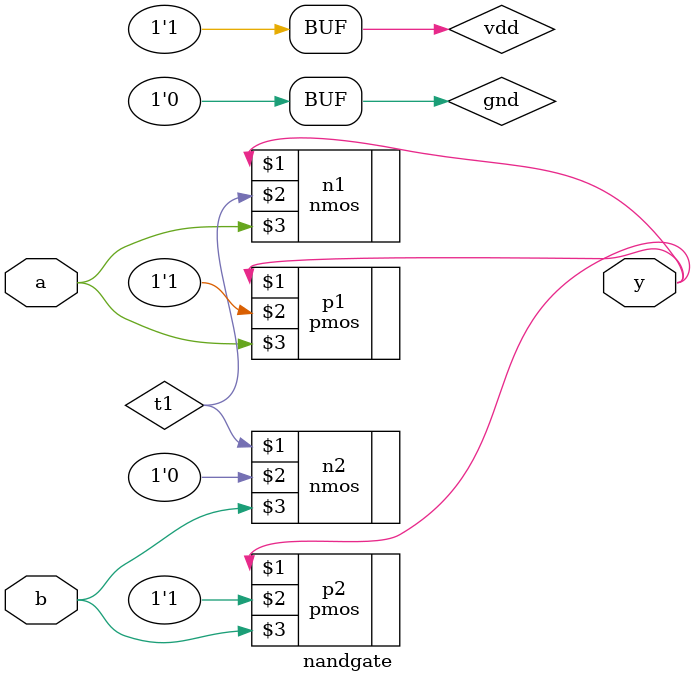
<source format=v>
`timescale 1ns / 1ps


module nandgate(
    input a,b,
    output y
    );
    
    supply1 vdd;
    supply0 gnd;
    wire t1;
    
    pmos p1 (y, vdd, a);
    pmos p2 (y, vdd, b);
    
    nmos n1 (y, t1, a);
    nmos n2 (t1, gnd, b);
    
endmodule

</source>
